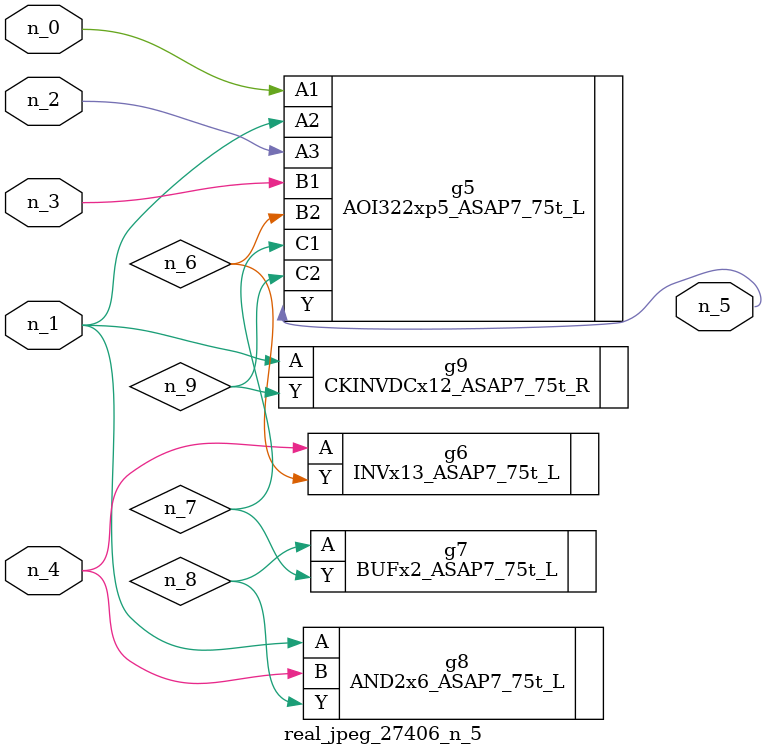
<source format=v>
module real_jpeg_27406_n_5 (n_4, n_0, n_1, n_2, n_3, n_5);

input n_4;
input n_0;
input n_1;
input n_2;
input n_3;

output n_5;

wire n_8;
wire n_6;
wire n_7;
wire n_9;

AOI322xp5_ASAP7_75t_L g5 ( 
.A1(n_0),
.A2(n_1),
.A3(n_2),
.B1(n_3),
.B2(n_6),
.C1(n_7),
.C2(n_9),
.Y(n_5)
);

AND2x6_ASAP7_75t_L g8 ( 
.A(n_1),
.B(n_4),
.Y(n_8)
);

CKINVDCx12_ASAP7_75t_R g9 ( 
.A(n_1),
.Y(n_9)
);

INVx13_ASAP7_75t_L g6 ( 
.A(n_4),
.Y(n_6)
);

BUFx2_ASAP7_75t_L g7 ( 
.A(n_8),
.Y(n_7)
);


endmodule
</source>
